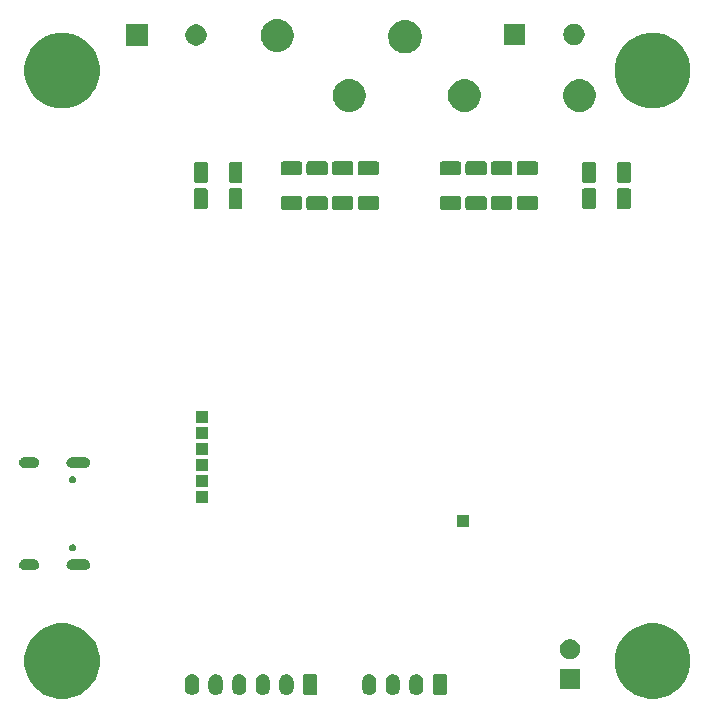
<source format=gbr>
%TF.GenerationSoftware,KiCad,Pcbnew,(5.1.6)-1*%
%TF.CreationDate,2022-01-16T14:30:20+08:00*%
%TF.ProjectId,simple_bldc,73696d70-6c65-45f6-926c-64632e6b6963,1*%
%TF.SameCoordinates,PX6979f40PYa1135a0*%
%TF.FileFunction,Soldermask,Bot*%
%TF.FilePolarity,Negative*%
%FSLAX46Y46*%
G04 Gerber Fmt 4.6, Leading zero omitted, Abs format (unit mm)*
G04 Created by KiCad (PCBNEW (5.1.6)-1) date 2022-01-16 14:30:20*
%MOMM*%
%LPD*%
G01*
G04 APERTURE LIST*
%ADD10C,0.350000*%
G04 APERTURE END LIST*
D10*
G36*
X55933404Y8077026D02*
G01*
X56515767Y7835804D01*
X56515768Y7835803D01*
X57039881Y7485602D01*
X57485602Y7039881D01*
X57612476Y6850000D01*
X57835804Y6515767D01*
X58077026Y5933404D01*
X58200000Y5315174D01*
X58200000Y4684826D01*
X58077026Y4066596D01*
X57835804Y3484233D01*
X57719599Y3310321D01*
X57485602Y2960119D01*
X57039881Y2514398D01*
X56786381Y2345015D01*
X56515767Y2164196D01*
X55933404Y1922974D01*
X55315174Y1800000D01*
X54684826Y1800000D01*
X54066596Y1922974D01*
X53484233Y2164196D01*
X53213619Y2345015D01*
X52960119Y2514398D01*
X52514398Y2960119D01*
X52280401Y3310321D01*
X52164196Y3484233D01*
X51922974Y4066596D01*
X51800000Y4684826D01*
X51800000Y5315174D01*
X51922974Y5933404D01*
X52164196Y6515767D01*
X52387524Y6850000D01*
X52514398Y7039881D01*
X52960119Y7485602D01*
X53484232Y7835803D01*
X53484233Y7835804D01*
X54066596Y8077026D01*
X54684826Y8200000D01*
X55315174Y8200000D01*
X55933404Y8077026D01*
G37*
G36*
X5933404Y8077026D02*
G01*
X6515767Y7835804D01*
X6515768Y7835803D01*
X7039881Y7485602D01*
X7485602Y7039881D01*
X7612476Y6850000D01*
X7835804Y6515767D01*
X8077026Y5933404D01*
X8200000Y5315174D01*
X8200000Y4684826D01*
X8077026Y4066596D01*
X7835804Y3484233D01*
X7719599Y3310321D01*
X7485602Y2960119D01*
X7039881Y2514398D01*
X6786381Y2345015D01*
X6515767Y2164196D01*
X5933404Y1922974D01*
X5315174Y1800000D01*
X4684826Y1800000D01*
X4066596Y1922974D01*
X3484233Y2164196D01*
X3213619Y2345015D01*
X2960119Y2514398D01*
X2514398Y2960119D01*
X2280401Y3310321D01*
X2164196Y3484233D01*
X1922974Y4066596D01*
X1800000Y4684826D01*
X1800000Y5315174D01*
X1922974Y5933404D01*
X2164196Y6515767D01*
X2387524Y6850000D01*
X2514398Y7039881D01*
X2960119Y7485602D01*
X3484232Y7835803D01*
X3484233Y7835804D01*
X4066596Y8077026D01*
X4684826Y8200000D01*
X5315174Y8200000D01*
X5933404Y8077026D01*
G37*
G36*
X33117621Y3866318D02*
G01*
X33230721Y3832010D01*
X33334955Y3776296D01*
X33426317Y3701317D01*
X33501296Y3609955D01*
X33557010Y3505721D01*
X33591318Y3392621D01*
X33600000Y3304474D01*
X33600000Y2695526D01*
X33591318Y2607379D01*
X33557010Y2494279D01*
X33501296Y2390045D01*
X33426317Y2298683D01*
X33334954Y2223704D01*
X33230720Y2167990D01*
X33117620Y2133682D01*
X33000000Y2122097D01*
X32882379Y2133682D01*
X32769279Y2167990D01*
X32665045Y2223704D01*
X32573683Y2298683D01*
X32498704Y2390046D01*
X32442990Y2494280D01*
X32408682Y2607380D01*
X32400000Y2695527D01*
X32400000Y3304474D01*
X32408682Y3392621D01*
X32442990Y3505721D01*
X32498705Y3609955D01*
X32573684Y3701317D01*
X32665046Y3776296D01*
X32769280Y3832010D01*
X32882380Y3866318D01*
X33000000Y3877903D01*
X33117621Y3866318D01*
G37*
G36*
X31117621Y3866318D02*
G01*
X31230721Y3832010D01*
X31334955Y3776296D01*
X31426317Y3701317D01*
X31501296Y3609955D01*
X31557010Y3505721D01*
X31591318Y3392621D01*
X31600000Y3304474D01*
X31600000Y2695526D01*
X31591318Y2607379D01*
X31557010Y2494279D01*
X31501296Y2390045D01*
X31426317Y2298683D01*
X31334954Y2223704D01*
X31230720Y2167990D01*
X31117620Y2133682D01*
X31000000Y2122097D01*
X30882379Y2133682D01*
X30769279Y2167990D01*
X30665045Y2223704D01*
X30573683Y2298683D01*
X30498704Y2390046D01*
X30442990Y2494280D01*
X30408682Y2607380D01*
X30400000Y2695527D01*
X30400000Y3304474D01*
X30408682Y3392621D01*
X30442990Y3505721D01*
X30498705Y3609955D01*
X30573684Y3701317D01*
X30665046Y3776296D01*
X30769280Y3832010D01*
X30882380Y3866318D01*
X31000000Y3877903D01*
X31117621Y3866318D01*
G37*
G36*
X16117621Y3866318D02*
G01*
X16230721Y3832010D01*
X16334955Y3776296D01*
X16426317Y3701317D01*
X16501296Y3609955D01*
X16557010Y3505721D01*
X16591318Y3392621D01*
X16600000Y3304474D01*
X16600000Y2695526D01*
X16591318Y2607379D01*
X16557010Y2494279D01*
X16501296Y2390045D01*
X16426317Y2298683D01*
X16334954Y2223704D01*
X16230720Y2167990D01*
X16117620Y2133682D01*
X16000000Y2122097D01*
X15882379Y2133682D01*
X15769279Y2167990D01*
X15665045Y2223704D01*
X15573683Y2298683D01*
X15498704Y2390046D01*
X15442990Y2494280D01*
X15408682Y2607380D01*
X15400000Y2695527D01*
X15400000Y3304474D01*
X15408682Y3392621D01*
X15442990Y3505721D01*
X15498705Y3609955D01*
X15573684Y3701317D01*
X15665046Y3776296D01*
X15769280Y3832010D01*
X15882380Y3866318D01*
X16000000Y3877903D01*
X16117621Y3866318D01*
G37*
G36*
X24117621Y3866318D02*
G01*
X24230721Y3832010D01*
X24334955Y3776296D01*
X24426317Y3701317D01*
X24501296Y3609955D01*
X24557010Y3505721D01*
X24591318Y3392621D01*
X24600000Y3304474D01*
X24600000Y2695526D01*
X24591318Y2607379D01*
X24557010Y2494279D01*
X24501296Y2390045D01*
X24426317Y2298683D01*
X24334954Y2223704D01*
X24230720Y2167990D01*
X24117620Y2133682D01*
X24000000Y2122097D01*
X23882379Y2133682D01*
X23769279Y2167990D01*
X23665045Y2223704D01*
X23573683Y2298683D01*
X23498704Y2390046D01*
X23442990Y2494280D01*
X23408682Y2607380D01*
X23400000Y2695527D01*
X23400000Y3304474D01*
X23408682Y3392621D01*
X23442990Y3505721D01*
X23498705Y3609955D01*
X23573684Y3701317D01*
X23665046Y3776296D01*
X23769280Y3832010D01*
X23882380Y3866318D01*
X24000000Y3877903D01*
X24117621Y3866318D01*
G37*
G36*
X22117621Y3866318D02*
G01*
X22230721Y3832010D01*
X22334955Y3776296D01*
X22426317Y3701317D01*
X22501296Y3609955D01*
X22557010Y3505721D01*
X22591318Y3392621D01*
X22600000Y3304474D01*
X22600000Y2695526D01*
X22591318Y2607379D01*
X22557010Y2494279D01*
X22501296Y2390045D01*
X22426317Y2298683D01*
X22334954Y2223704D01*
X22230720Y2167990D01*
X22117620Y2133682D01*
X22000000Y2122097D01*
X21882379Y2133682D01*
X21769279Y2167990D01*
X21665045Y2223704D01*
X21573683Y2298683D01*
X21498704Y2390046D01*
X21442990Y2494280D01*
X21408682Y2607380D01*
X21400000Y2695527D01*
X21400000Y3304474D01*
X21408682Y3392621D01*
X21442990Y3505721D01*
X21498705Y3609955D01*
X21573684Y3701317D01*
X21665046Y3776296D01*
X21769280Y3832010D01*
X21882380Y3866318D01*
X22000000Y3877903D01*
X22117621Y3866318D01*
G37*
G36*
X20117621Y3866318D02*
G01*
X20230721Y3832010D01*
X20334955Y3776296D01*
X20426317Y3701317D01*
X20501296Y3609955D01*
X20557010Y3505721D01*
X20591318Y3392621D01*
X20600000Y3304474D01*
X20600000Y2695526D01*
X20591318Y2607379D01*
X20557010Y2494279D01*
X20501296Y2390045D01*
X20426317Y2298683D01*
X20334954Y2223704D01*
X20230720Y2167990D01*
X20117620Y2133682D01*
X20000000Y2122097D01*
X19882379Y2133682D01*
X19769279Y2167990D01*
X19665045Y2223704D01*
X19573683Y2298683D01*
X19498704Y2390046D01*
X19442990Y2494280D01*
X19408682Y2607380D01*
X19400000Y2695527D01*
X19400000Y3304474D01*
X19408682Y3392621D01*
X19442990Y3505721D01*
X19498705Y3609955D01*
X19573684Y3701317D01*
X19665046Y3776296D01*
X19769280Y3832010D01*
X19882380Y3866318D01*
X20000000Y3877903D01*
X20117621Y3866318D01*
G37*
G36*
X18117621Y3866318D02*
G01*
X18230721Y3832010D01*
X18334955Y3776296D01*
X18426317Y3701317D01*
X18501296Y3609955D01*
X18557010Y3505721D01*
X18591318Y3392621D01*
X18600000Y3304474D01*
X18600000Y2695526D01*
X18591318Y2607379D01*
X18557010Y2494279D01*
X18501296Y2390045D01*
X18426317Y2298683D01*
X18334954Y2223704D01*
X18230720Y2167990D01*
X18117620Y2133682D01*
X18000000Y2122097D01*
X17882379Y2133682D01*
X17769279Y2167990D01*
X17665045Y2223704D01*
X17573683Y2298683D01*
X17498704Y2390046D01*
X17442990Y2494280D01*
X17408682Y2607380D01*
X17400000Y2695527D01*
X17400000Y3304474D01*
X17408682Y3392621D01*
X17442990Y3505721D01*
X17498705Y3609955D01*
X17573684Y3701317D01*
X17665046Y3776296D01*
X17769280Y3832010D01*
X17882380Y3866318D01*
X18000000Y3877903D01*
X18117621Y3866318D01*
G37*
G36*
X35117621Y3866318D02*
G01*
X35230721Y3832010D01*
X35334955Y3776296D01*
X35426317Y3701317D01*
X35501296Y3609955D01*
X35557010Y3505721D01*
X35591318Y3392621D01*
X35600000Y3304474D01*
X35600000Y2695526D01*
X35591318Y2607379D01*
X35557010Y2494279D01*
X35501296Y2390045D01*
X35426317Y2298683D01*
X35334954Y2223704D01*
X35230720Y2167990D01*
X35117620Y2133682D01*
X35000000Y2122097D01*
X34882379Y2133682D01*
X34769279Y2167990D01*
X34665045Y2223704D01*
X34573683Y2298683D01*
X34498704Y2390046D01*
X34442990Y2494280D01*
X34408682Y2607380D01*
X34400000Y2695527D01*
X34400000Y3304474D01*
X34408682Y3392621D01*
X34442990Y3505721D01*
X34498705Y3609955D01*
X34573684Y3701317D01*
X34665046Y3776296D01*
X34769280Y3832010D01*
X34882380Y3866318D01*
X35000000Y3877903D01*
X35117621Y3866318D01*
G37*
G36*
X37457345Y3871005D02*
G01*
X37490451Y3860962D01*
X37520964Y3844653D01*
X37547706Y3822706D01*
X37569653Y3795964D01*
X37585962Y3765451D01*
X37596005Y3732345D01*
X37600000Y3691779D01*
X37600000Y2308221D01*
X37596005Y2267655D01*
X37585962Y2234549D01*
X37569653Y2204036D01*
X37547706Y2177294D01*
X37520964Y2155347D01*
X37490451Y2139038D01*
X37457345Y2128995D01*
X37416779Y2125000D01*
X36583221Y2125000D01*
X36542655Y2128995D01*
X36509549Y2139038D01*
X36479036Y2155347D01*
X36452294Y2177294D01*
X36430347Y2204036D01*
X36414038Y2234549D01*
X36403995Y2267655D01*
X36400000Y2308221D01*
X36400000Y3691779D01*
X36403995Y3732345D01*
X36414038Y3765451D01*
X36430347Y3795964D01*
X36452294Y3822706D01*
X36479036Y3844653D01*
X36509549Y3860962D01*
X36542655Y3871005D01*
X36583221Y3875000D01*
X37416779Y3875000D01*
X37457345Y3871005D01*
G37*
G36*
X26457346Y3871005D02*
G01*
X26490451Y3860962D01*
X26520964Y3844653D01*
X26547706Y3822706D01*
X26569653Y3795964D01*
X26585962Y3765451D01*
X26596005Y3732346D01*
X26600000Y3691780D01*
X26600000Y2308220D01*
X26596005Y2267654D01*
X26585962Y2234549D01*
X26569653Y2204036D01*
X26547706Y2177294D01*
X26520964Y2155347D01*
X26490451Y2139038D01*
X26457346Y2128995D01*
X26416780Y2125000D01*
X25583220Y2125000D01*
X25542654Y2128995D01*
X25509549Y2139038D01*
X25479036Y2155347D01*
X25452294Y2177294D01*
X25430347Y2204036D01*
X25414038Y2234549D01*
X25403995Y2267654D01*
X25400000Y2308220D01*
X25400000Y3691780D01*
X25403995Y3732346D01*
X25414038Y3765451D01*
X25430347Y3795964D01*
X25452294Y3822706D01*
X25479036Y3844653D01*
X25509549Y3860962D01*
X25542654Y3871005D01*
X25583220Y3875000D01*
X26416780Y3875000D01*
X26457346Y3871005D01*
G37*
G36*
X48850000Y2610000D02*
G01*
X47150000Y2610000D01*
X47150000Y4310000D01*
X48850000Y4310000D01*
X48850000Y2610000D01*
G37*
G36*
X48247935Y6817336D02*
G01*
X48402624Y6753261D01*
X48402626Y6753260D01*
X48541844Y6660238D01*
X48660238Y6541844D01*
X48753260Y6402626D01*
X48753261Y6402624D01*
X48817336Y6247935D01*
X48850000Y6083719D01*
X48850000Y5916281D01*
X48817336Y5752065D01*
X48753261Y5597376D01*
X48753260Y5597374D01*
X48660238Y5458156D01*
X48541844Y5339762D01*
X48402626Y5246740D01*
X48402625Y5246739D01*
X48402624Y5246739D01*
X48247935Y5182664D01*
X48083719Y5150000D01*
X47916281Y5150000D01*
X47752065Y5182664D01*
X47597376Y5246739D01*
X47597375Y5246739D01*
X47597374Y5246740D01*
X47458156Y5339762D01*
X47339762Y5458156D01*
X47246740Y5597374D01*
X47246739Y5597376D01*
X47182664Y5752065D01*
X47150000Y5916281D01*
X47150000Y6083719D01*
X47182664Y6247935D01*
X47246739Y6402624D01*
X47246740Y6402626D01*
X47339762Y6541844D01*
X47458156Y6660238D01*
X47597374Y6753260D01*
X47597376Y6753261D01*
X47752065Y6817336D01*
X47916281Y6850000D01*
X48083719Y6850000D01*
X48247935Y6817336D01*
G37*
G36*
X6969142Y13615730D02*
G01*
X7013215Y13611389D01*
X7098041Y13585657D01*
X7098043Y13585656D01*
X7176215Y13543872D01*
X7244738Y13487638D01*
X7300971Y13419116D01*
X7342757Y13340941D01*
X7368489Y13256115D01*
X7377177Y13167900D01*
X7368489Y13079685D01*
X7342757Y12994859D01*
X7342756Y12994857D01*
X7300972Y12916685D01*
X7244738Y12848162D01*
X7176215Y12791928D01*
X7098043Y12750144D01*
X7098041Y12750143D01*
X7013215Y12724411D01*
X6969142Y12720070D01*
X6947106Y12717900D01*
X5802894Y12717900D01*
X5780858Y12720070D01*
X5736785Y12724411D01*
X5651959Y12750143D01*
X5651957Y12750144D01*
X5573785Y12791928D01*
X5505262Y12848162D01*
X5449028Y12916685D01*
X5407244Y12994857D01*
X5407243Y12994859D01*
X5381511Y13079685D01*
X5372823Y13167900D01*
X5381511Y13256115D01*
X5407243Y13340941D01*
X5449029Y13419116D01*
X5505262Y13487638D01*
X5573785Y13543872D01*
X5651957Y13585656D01*
X5651959Y13585657D01*
X5736785Y13611389D01*
X5780858Y13615730D01*
X5802894Y13617900D01*
X6947106Y13617900D01*
X6969142Y13615730D01*
G37*
G36*
X2649142Y13615730D02*
G01*
X2693215Y13611389D01*
X2778041Y13585657D01*
X2778043Y13585656D01*
X2856215Y13543872D01*
X2924738Y13487638D01*
X2980971Y13419116D01*
X3022757Y13340941D01*
X3048489Y13256115D01*
X3057177Y13167900D01*
X3048489Y13079685D01*
X3022757Y12994859D01*
X3022756Y12994857D01*
X2980972Y12916685D01*
X2924738Y12848162D01*
X2856215Y12791928D01*
X2778043Y12750144D01*
X2778041Y12750143D01*
X2693215Y12724411D01*
X2649142Y12720070D01*
X2627106Y12717900D01*
X1782894Y12717900D01*
X1760858Y12720070D01*
X1716785Y12724411D01*
X1631959Y12750143D01*
X1631957Y12750144D01*
X1553785Y12791928D01*
X1485262Y12848162D01*
X1429028Y12916685D01*
X1387244Y12994857D01*
X1387243Y12994859D01*
X1361511Y13079685D01*
X1352823Y13167900D01*
X1361511Y13256115D01*
X1387243Y13340941D01*
X1429029Y13419116D01*
X1485262Y13487638D01*
X1553785Y13543872D01*
X1631957Y13585656D01*
X1631959Y13585657D01*
X1716785Y13611389D01*
X1760858Y13615730D01*
X1782894Y13617900D01*
X2627106Y13617900D01*
X2649142Y13615730D01*
G37*
G36*
X5982507Y14886372D02*
G01*
X6037103Y14863757D01*
X6086239Y14830926D01*
X6128026Y14789139D01*
X6160857Y14740003D01*
X6183472Y14685407D01*
X6195000Y14627447D01*
X6195000Y14568353D01*
X6183472Y14510393D01*
X6160857Y14455797D01*
X6128026Y14406661D01*
X6086239Y14364874D01*
X6037103Y14332043D01*
X5982507Y14309428D01*
X5924547Y14297900D01*
X5865453Y14297900D01*
X5807493Y14309428D01*
X5752897Y14332043D01*
X5703761Y14364874D01*
X5661974Y14406661D01*
X5629143Y14455797D01*
X5606528Y14510393D01*
X5595000Y14568353D01*
X5595000Y14627447D01*
X5606528Y14685407D01*
X5629143Y14740003D01*
X5661974Y14789139D01*
X5703761Y14830926D01*
X5752897Y14863757D01*
X5807493Y14886372D01*
X5865453Y14897900D01*
X5924547Y14897900D01*
X5982507Y14886372D01*
G37*
G36*
X39480600Y16355600D02*
G01*
X38480600Y16355600D01*
X38480600Y17355600D01*
X39480600Y17355600D01*
X39480600Y16355600D01*
G37*
G36*
X17382600Y18413000D02*
G01*
X16382600Y18413000D01*
X16382600Y19413000D01*
X17382600Y19413000D01*
X17382600Y18413000D01*
G37*
G36*
X17382600Y19759200D02*
G01*
X16382600Y19759200D01*
X16382600Y20759200D01*
X17382600Y20759200D01*
X17382600Y19759200D01*
G37*
G36*
X5982507Y20666372D02*
G01*
X6037103Y20643757D01*
X6086239Y20610926D01*
X6128026Y20569139D01*
X6160857Y20520003D01*
X6183472Y20465407D01*
X6195000Y20407447D01*
X6195000Y20348353D01*
X6183472Y20290393D01*
X6160857Y20235797D01*
X6128026Y20186661D01*
X6086239Y20144874D01*
X6037103Y20112043D01*
X5982507Y20089428D01*
X5924547Y20077900D01*
X5865453Y20077900D01*
X5807493Y20089428D01*
X5752897Y20112043D01*
X5703761Y20144874D01*
X5661974Y20186661D01*
X5629143Y20235797D01*
X5606528Y20290393D01*
X5595000Y20348353D01*
X5595000Y20407447D01*
X5606528Y20465407D01*
X5629143Y20520003D01*
X5661974Y20569139D01*
X5703761Y20610926D01*
X5752897Y20643757D01*
X5807493Y20666372D01*
X5865453Y20677900D01*
X5924547Y20677900D01*
X5982507Y20666372D01*
G37*
G36*
X17382600Y21130800D02*
G01*
X16382600Y21130800D01*
X16382600Y22130800D01*
X17382600Y22130800D01*
X17382600Y21130800D01*
G37*
G36*
X2649142Y22255730D02*
G01*
X2693215Y22251389D01*
X2778041Y22225657D01*
X2778043Y22225656D01*
X2856215Y22183872D01*
X2924738Y22127638D01*
X2980971Y22059116D01*
X3022757Y21980941D01*
X3048489Y21896115D01*
X3057177Y21807900D01*
X3048489Y21719685D01*
X3022757Y21634859D01*
X3022756Y21634857D01*
X2980972Y21556685D01*
X2924738Y21488162D01*
X2856215Y21431928D01*
X2778043Y21390144D01*
X2778041Y21390143D01*
X2693215Y21364411D01*
X2649142Y21360070D01*
X2627106Y21357900D01*
X1782894Y21357900D01*
X1760858Y21360070D01*
X1716785Y21364411D01*
X1631959Y21390143D01*
X1631957Y21390144D01*
X1553785Y21431928D01*
X1485262Y21488162D01*
X1429028Y21556685D01*
X1387244Y21634857D01*
X1387243Y21634859D01*
X1361511Y21719685D01*
X1352823Y21807900D01*
X1361511Y21896115D01*
X1387243Y21980941D01*
X1429029Y22059116D01*
X1485262Y22127638D01*
X1553785Y22183872D01*
X1631957Y22225656D01*
X1631959Y22225657D01*
X1716785Y22251389D01*
X1760858Y22255730D01*
X1782894Y22257900D01*
X2627106Y22257900D01*
X2649142Y22255730D01*
G37*
G36*
X6969142Y22255730D02*
G01*
X7013215Y22251389D01*
X7098041Y22225657D01*
X7098043Y22225656D01*
X7176215Y22183872D01*
X7244738Y22127638D01*
X7300971Y22059116D01*
X7342757Y21980941D01*
X7368489Y21896115D01*
X7377177Y21807900D01*
X7368489Y21719685D01*
X7342757Y21634859D01*
X7342756Y21634857D01*
X7300972Y21556685D01*
X7244738Y21488162D01*
X7176215Y21431928D01*
X7098043Y21390144D01*
X7098041Y21390143D01*
X7013215Y21364411D01*
X6969142Y21360070D01*
X6947106Y21357900D01*
X5802894Y21357900D01*
X5780858Y21360070D01*
X5736785Y21364411D01*
X5651959Y21390143D01*
X5651957Y21390144D01*
X5573785Y21431928D01*
X5505262Y21488162D01*
X5449028Y21556685D01*
X5407244Y21634857D01*
X5407243Y21634859D01*
X5381511Y21719685D01*
X5372823Y21807900D01*
X5381511Y21896115D01*
X5407243Y21980941D01*
X5449029Y22059116D01*
X5505262Y22127638D01*
X5573785Y22183872D01*
X5651957Y22225656D01*
X5651959Y22225657D01*
X5736785Y22251389D01*
X5780858Y22255730D01*
X5802894Y22257900D01*
X6947106Y22257900D01*
X6969142Y22255730D01*
G37*
G36*
X17382600Y22477000D02*
G01*
X16382600Y22477000D01*
X16382600Y23477000D01*
X17382600Y23477000D01*
X17382600Y22477000D01*
G37*
G36*
X17382600Y23823200D02*
G01*
X16382600Y23823200D01*
X16382600Y24823200D01*
X17382600Y24823200D01*
X17382600Y23823200D01*
G37*
G36*
X17382600Y25179400D02*
G01*
X16382600Y25179400D01*
X16382600Y26179400D01*
X17382600Y26179400D01*
X17382600Y25179400D01*
G37*
G36*
X25181922Y44348761D02*
G01*
X25215457Y44338588D01*
X25246356Y44322072D01*
X25273443Y44299843D01*
X25295672Y44272756D01*
X25312188Y44241857D01*
X25322361Y44208322D01*
X25326400Y44167313D01*
X25326400Y43388287D01*
X25322361Y43347278D01*
X25312188Y43313743D01*
X25295672Y43282844D01*
X25273443Y43255757D01*
X25246356Y43233528D01*
X25215457Y43217012D01*
X25181922Y43206839D01*
X25140913Y43202800D01*
X23711887Y43202800D01*
X23670878Y43206839D01*
X23637343Y43217012D01*
X23606444Y43233528D01*
X23579357Y43255757D01*
X23557128Y43282844D01*
X23540612Y43313743D01*
X23530439Y43347278D01*
X23526400Y43388287D01*
X23526400Y44167313D01*
X23530439Y44208322D01*
X23540612Y44241857D01*
X23557128Y44272756D01*
X23579357Y44299843D01*
X23606444Y44322072D01*
X23637343Y44338588D01*
X23670878Y44348761D01*
X23711887Y44352800D01*
X25140913Y44352800D01*
X25181922Y44348761D01*
G37*
G36*
X31684320Y44348761D02*
G01*
X31717855Y44338588D01*
X31748754Y44322072D01*
X31775841Y44299843D01*
X31798070Y44272756D01*
X31814586Y44241857D01*
X31824759Y44208322D01*
X31828798Y44167313D01*
X31828798Y43388287D01*
X31824759Y43347278D01*
X31814586Y43313743D01*
X31798070Y43282844D01*
X31775841Y43255757D01*
X31748754Y43233528D01*
X31717855Y43217012D01*
X31684320Y43206839D01*
X31643311Y43202800D01*
X30214285Y43202800D01*
X30173276Y43206839D01*
X30139741Y43217012D01*
X30108842Y43233528D01*
X30081755Y43255757D01*
X30059526Y43282844D01*
X30043010Y43313743D01*
X30032837Y43347278D01*
X30028798Y43388287D01*
X30028798Y44167313D01*
X30032837Y44208322D01*
X30043010Y44241857D01*
X30059526Y44272756D01*
X30081755Y44299843D01*
X30108842Y44322072D01*
X30139741Y44338588D01*
X30173276Y44348761D01*
X30214285Y44352800D01*
X31643311Y44352800D01*
X31684320Y44348761D01*
G37*
G36*
X38643922Y44348761D02*
G01*
X38677457Y44338588D01*
X38708356Y44322072D01*
X38735443Y44299843D01*
X38757672Y44272756D01*
X38774188Y44241857D01*
X38784361Y44208322D01*
X38788400Y44167313D01*
X38788400Y43388287D01*
X38784361Y43347278D01*
X38774188Y43313743D01*
X38757672Y43282844D01*
X38735443Y43255757D01*
X38708356Y43233528D01*
X38677457Y43217012D01*
X38643922Y43206839D01*
X38602913Y43202800D01*
X37173887Y43202800D01*
X37132878Y43206839D01*
X37099343Y43217012D01*
X37068444Y43233528D01*
X37041357Y43255757D01*
X37019128Y43282844D01*
X37002612Y43313743D01*
X36992439Y43347278D01*
X36988400Y43388287D01*
X36988400Y44167313D01*
X36992439Y44208322D01*
X37002612Y44241857D01*
X37019128Y44272756D01*
X37041357Y44299843D01*
X37068444Y44322072D01*
X37099343Y44338588D01*
X37132878Y44348761D01*
X37173887Y44352800D01*
X38602913Y44352800D01*
X38643922Y44348761D01*
G37*
G36*
X45146320Y44348761D02*
G01*
X45179855Y44338588D01*
X45210754Y44322072D01*
X45237841Y44299843D01*
X45260070Y44272756D01*
X45276586Y44241857D01*
X45286759Y44208322D01*
X45290798Y44167313D01*
X45290798Y43388287D01*
X45286759Y43347278D01*
X45276586Y43313743D01*
X45260070Y43282844D01*
X45237841Y43255757D01*
X45210754Y43233528D01*
X45179855Y43217012D01*
X45146320Y43206839D01*
X45105311Y43202800D01*
X43676285Y43202800D01*
X43635276Y43206839D01*
X43601741Y43217012D01*
X43570842Y43233528D01*
X43543755Y43255757D01*
X43521526Y43282844D01*
X43505010Y43313743D01*
X43494837Y43347278D01*
X43490798Y43388287D01*
X43490798Y44167313D01*
X43494837Y44208322D01*
X43505010Y44241857D01*
X43521526Y44272756D01*
X43543755Y44299843D01*
X43570842Y44322072D01*
X43601741Y44338588D01*
X43635276Y44348761D01*
X43676285Y44352800D01*
X45105311Y44352800D01*
X45146320Y44348761D01*
G37*
G36*
X27349388Y44348761D02*
G01*
X27382923Y44338588D01*
X27413822Y44322072D01*
X27440909Y44299843D01*
X27463138Y44272756D01*
X27479654Y44241857D01*
X27489827Y44208322D01*
X27493866Y44167313D01*
X27493866Y43388287D01*
X27489827Y43347278D01*
X27479654Y43313743D01*
X27463138Y43282844D01*
X27440909Y43255757D01*
X27413822Y43233528D01*
X27382923Y43217012D01*
X27349388Y43206839D01*
X27308379Y43202800D01*
X25879353Y43202800D01*
X25838344Y43206839D01*
X25804809Y43217012D01*
X25773910Y43233528D01*
X25746823Y43255757D01*
X25724594Y43282844D01*
X25708078Y43313743D01*
X25697905Y43347278D01*
X25693866Y43388287D01*
X25693866Y44167313D01*
X25697905Y44208322D01*
X25708078Y44241857D01*
X25724594Y44272756D01*
X25746823Y44299843D01*
X25773910Y44322072D01*
X25804809Y44338588D01*
X25838344Y44348761D01*
X25879353Y44352800D01*
X27308379Y44352800D01*
X27349388Y44348761D01*
G37*
G36*
X42978854Y44348761D02*
G01*
X43012389Y44338588D01*
X43043288Y44322072D01*
X43070375Y44299843D01*
X43092604Y44272756D01*
X43109120Y44241857D01*
X43119293Y44208322D01*
X43123332Y44167313D01*
X43123332Y43388287D01*
X43119293Y43347278D01*
X43109120Y43313743D01*
X43092604Y43282844D01*
X43070375Y43255757D01*
X43043288Y43233528D01*
X43012389Y43217012D01*
X42978854Y43206839D01*
X42937845Y43202800D01*
X41508819Y43202800D01*
X41467810Y43206839D01*
X41434275Y43217012D01*
X41403376Y43233528D01*
X41376289Y43255757D01*
X41354060Y43282844D01*
X41337544Y43313743D01*
X41327371Y43347278D01*
X41323332Y43388287D01*
X41323332Y44167313D01*
X41327371Y44208322D01*
X41337544Y44241857D01*
X41354060Y44272756D01*
X41376289Y44299843D01*
X41403376Y44322072D01*
X41434275Y44338588D01*
X41467810Y44348761D01*
X41508819Y44352800D01*
X42937845Y44352800D01*
X42978854Y44348761D01*
G37*
G36*
X29516854Y44348761D02*
G01*
X29550389Y44338588D01*
X29581288Y44322072D01*
X29608375Y44299843D01*
X29630604Y44272756D01*
X29647120Y44241857D01*
X29657293Y44208322D01*
X29661332Y44167313D01*
X29661332Y43388287D01*
X29657293Y43347278D01*
X29647120Y43313743D01*
X29630604Y43282844D01*
X29608375Y43255757D01*
X29581288Y43233528D01*
X29550389Y43217012D01*
X29516854Y43206839D01*
X29475845Y43202800D01*
X28046819Y43202800D01*
X28005810Y43206839D01*
X27972275Y43217012D01*
X27941376Y43233528D01*
X27914289Y43255757D01*
X27892060Y43282844D01*
X27875544Y43313743D01*
X27865371Y43347278D01*
X27861332Y43388287D01*
X27861332Y44167313D01*
X27865371Y44208322D01*
X27875544Y44241857D01*
X27892060Y44272756D01*
X27914289Y44299843D01*
X27941376Y44322072D01*
X27972275Y44338588D01*
X28005810Y44348761D01*
X28046819Y44352800D01*
X29475845Y44352800D01*
X29516854Y44348761D01*
G37*
G36*
X40811388Y44348761D02*
G01*
X40844923Y44338588D01*
X40875822Y44322072D01*
X40902909Y44299843D01*
X40925138Y44272756D01*
X40941654Y44241857D01*
X40951827Y44208322D01*
X40955866Y44167313D01*
X40955866Y43388287D01*
X40951827Y43347278D01*
X40941654Y43313743D01*
X40925138Y43282844D01*
X40902909Y43255757D01*
X40875822Y43233528D01*
X40844923Y43217012D01*
X40811388Y43206839D01*
X40770379Y43202800D01*
X39341353Y43202800D01*
X39300344Y43206839D01*
X39266809Y43217012D01*
X39235910Y43233528D01*
X39208823Y43255757D01*
X39186594Y43282844D01*
X39170078Y43313743D01*
X39159905Y43347278D01*
X39155866Y43388287D01*
X39155866Y44167313D01*
X39159905Y44208322D01*
X39170078Y44241857D01*
X39186594Y44272756D01*
X39208823Y44299843D01*
X39235910Y44322072D01*
X39266809Y44338588D01*
X39300344Y44348761D01*
X39341353Y44352800D01*
X40770379Y44352800D01*
X40811388Y44348761D01*
G37*
G36*
X20134322Y45031161D02*
G01*
X20167857Y45020988D01*
X20198756Y45004472D01*
X20225843Y44982243D01*
X20248072Y44955156D01*
X20264588Y44924257D01*
X20274761Y44890722D01*
X20278800Y44849713D01*
X20278800Y43420687D01*
X20274761Y43379678D01*
X20264588Y43346143D01*
X20248072Y43315244D01*
X20225843Y43288157D01*
X20198756Y43265928D01*
X20167857Y43249412D01*
X20134322Y43239239D01*
X20093313Y43235200D01*
X19314287Y43235200D01*
X19273278Y43239239D01*
X19239743Y43249412D01*
X19208844Y43265928D01*
X19181757Y43288157D01*
X19159528Y43315244D01*
X19143012Y43346143D01*
X19132839Y43379678D01*
X19128800Y43420687D01*
X19128800Y44849713D01*
X19132839Y44890722D01*
X19143012Y44924257D01*
X19159528Y44955156D01*
X19181757Y44982243D01*
X19208844Y45004472D01*
X19239743Y45020988D01*
X19273278Y45031161D01*
X19314287Y45035200D01*
X20093313Y45035200D01*
X20134322Y45031161D01*
G37*
G36*
X17184322Y45031161D02*
G01*
X17217857Y45020988D01*
X17248756Y45004472D01*
X17275843Y44982243D01*
X17298072Y44955156D01*
X17314588Y44924257D01*
X17324761Y44890722D01*
X17328800Y44849713D01*
X17328800Y43420687D01*
X17324761Y43379678D01*
X17314588Y43346143D01*
X17298072Y43315244D01*
X17275843Y43288157D01*
X17248756Y43265928D01*
X17217857Y43249412D01*
X17184322Y43239239D01*
X17143313Y43235200D01*
X16364287Y43235200D01*
X16323278Y43239239D01*
X16289743Y43249412D01*
X16258844Y43265928D01*
X16231757Y43288157D01*
X16209528Y43315244D01*
X16193012Y43346143D01*
X16182839Y43379678D01*
X16178800Y43420687D01*
X16178800Y44849713D01*
X16182839Y44890722D01*
X16193012Y44924257D01*
X16209528Y44955156D01*
X16231757Y44982243D01*
X16258844Y45004472D01*
X16289743Y45020988D01*
X16323278Y45031161D01*
X16364287Y45035200D01*
X17143313Y45035200D01*
X17184322Y45031161D01*
G37*
G36*
X53001922Y45031161D02*
G01*
X53035457Y45020988D01*
X53066356Y45004472D01*
X53093443Y44982243D01*
X53115672Y44955156D01*
X53132188Y44924257D01*
X53142361Y44890722D01*
X53146400Y44849713D01*
X53146400Y43420687D01*
X53142361Y43379678D01*
X53132188Y43346143D01*
X53115672Y43315244D01*
X53093443Y43288157D01*
X53066356Y43265928D01*
X53035457Y43249412D01*
X53001922Y43239239D01*
X52960913Y43235200D01*
X52181887Y43235200D01*
X52140878Y43239239D01*
X52107343Y43249412D01*
X52076444Y43265928D01*
X52049357Y43288157D01*
X52027128Y43315244D01*
X52010612Y43346143D01*
X52000439Y43379678D01*
X51996400Y43420687D01*
X51996400Y44849713D01*
X52000439Y44890722D01*
X52010612Y44924257D01*
X52027128Y44955156D01*
X52049357Y44982243D01*
X52076444Y45004472D01*
X52107343Y45020988D01*
X52140878Y45031161D01*
X52181887Y45035200D01*
X52960913Y45035200D01*
X53001922Y45031161D01*
G37*
G36*
X50051922Y45031161D02*
G01*
X50085457Y45020988D01*
X50116356Y45004472D01*
X50143443Y44982243D01*
X50165672Y44955156D01*
X50182188Y44924257D01*
X50192361Y44890722D01*
X50196400Y44849713D01*
X50196400Y43420687D01*
X50192361Y43379678D01*
X50182188Y43346143D01*
X50165672Y43315244D01*
X50143443Y43288157D01*
X50116356Y43265928D01*
X50085457Y43249412D01*
X50051922Y43239239D01*
X50010913Y43235200D01*
X49231887Y43235200D01*
X49190878Y43239239D01*
X49157343Y43249412D01*
X49126444Y43265928D01*
X49099357Y43288157D01*
X49077128Y43315244D01*
X49060612Y43346143D01*
X49050439Y43379678D01*
X49046400Y43420687D01*
X49046400Y44849713D01*
X49050439Y44890722D01*
X49060612Y44924257D01*
X49077128Y44955156D01*
X49099357Y44982243D01*
X49126444Y45004472D01*
X49157343Y45020988D01*
X49190878Y45031161D01*
X49231887Y45035200D01*
X50010913Y45035200D01*
X50051922Y45031161D01*
G37*
G36*
X53001922Y47266361D02*
G01*
X53035457Y47256188D01*
X53066356Y47239672D01*
X53093443Y47217443D01*
X53115672Y47190356D01*
X53132188Y47159457D01*
X53142361Y47125922D01*
X53146400Y47084913D01*
X53146400Y45655887D01*
X53142361Y45614878D01*
X53132188Y45581343D01*
X53115672Y45550444D01*
X53093443Y45523357D01*
X53066356Y45501128D01*
X53035457Y45484612D01*
X53001922Y45474439D01*
X52960913Y45470400D01*
X52181887Y45470400D01*
X52140878Y45474439D01*
X52107343Y45484612D01*
X52076444Y45501128D01*
X52049357Y45523357D01*
X52027128Y45550444D01*
X52010612Y45581343D01*
X52000439Y45614878D01*
X51996400Y45655887D01*
X51996400Y47084913D01*
X52000439Y47125922D01*
X52010612Y47159457D01*
X52027128Y47190356D01*
X52049357Y47217443D01*
X52076444Y47239672D01*
X52107343Y47256188D01*
X52140878Y47266361D01*
X52181887Y47270400D01*
X52960913Y47270400D01*
X53001922Y47266361D01*
G37*
G36*
X50051922Y47266361D02*
G01*
X50085457Y47256188D01*
X50116356Y47239672D01*
X50143443Y47217443D01*
X50165672Y47190356D01*
X50182188Y47159457D01*
X50192361Y47125922D01*
X50196400Y47084913D01*
X50196400Y45655887D01*
X50192361Y45614878D01*
X50182188Y45581343D01*
X50165672Y45550444D01*
X50143443Y45523357D01*
X50116356Y45501128D01*
X50085457Y45484612D01*
X50051922Y45474439D01*
X50010913Y45470400D01*
X49231887Y45470400D01*
X49190878Y45474439D01*
X49157343Y45484612D01*
X49126444Y45501128D01*
X49099357Y45523357D01*
X49077128Y45550444D01*
X49060612Y45581343D01*
X49050439Y45614878D01*
X49046400Y45655887D01*
X49046400Y47084913D01*
X49050439Y47125922D01*
X49060612Y47159457D01*
X49077128Y47190356D01*
X49099357Y47217443D01*
X49126444Y47239672D01*
X49157343Y47256188D01*
X49190878Y47266361D01*
X49231887Y47270400D01*
X50010913Y47270400D01*
X50051922Y47266361D01*
G37*
G36*
X17184322Y47266361D02*
G01*
X17217857Y47256188D01*
X17248756Y47239672D01*
X17275843Y47217443D01*
X17298072Y47190356D01*
X17314588Y47159457D01*
X17324761Y47125922D01*
X17328800Y47084913D01*
X17328800Y45655887D01*
X17324761Y45614878D01*
X17314588Y45581343D01*
X17298072Y45550444D01*
X17275843Y45523357D01*
X17248756Y45501128D01*
X17217857Y45484612D01*
X17184322Y45474439D01*
X17143313Y45470400D01*
X16364287Y45470400D01*
X16323278Y45474439D01*
X16289743Y45484612D01*
X16258844Y45501128D01*
X16231757Y45523357D01*
X16209528Y45550444D01*
X16193012Y45581343D01*
X16182839Y45614878D01*
X16178800Y45655887D01*
X16178800Y47084913D01*
X16182839Y47125922D01*
X16193012Y47159457D01*
X16209528Y47190356D01*
X16231757Y47217443D01*
X16258844Y47239672D01*
X16289743Y47256188D01*
X16323278Y47266361D01*
X16364287Y47270400D01*
X17143313Y47270400D01*
X17184322Y47266361D01*
G37*
G36*
X20134322Y47266361D02*
G01*
X20167857Y47256188D01*
X20198756Y47239672D01*
X20225843Y47217443D01*
X20248072Y47190356D01*
X20264588Y47159457D01*
X20274761Y47125922D01*
X20278800Y47084913D01*
X20278800Y45655887D01*
X20274761Y45614878D01*
X20264588Y45581343D01*
X20248072Y45550444D01*
X20225843Y45523357D01*
X20198756Y45501128D01*
X20167857Y45484612D01*
X20134322Y45474439D01*
X20093313Y45470400D01*
X19314287Y45470400D01*
X19273278Y45474439D01*
X19239743Y45484612D01*
X19208844Y45501128D01*
X19181757Y45523357D01*
X19159528Y45550444D01*
X19143012Y45581343D01*
X19132839Y45614878D01*
X19128800Y45655887D01*
X19128800Y47084913D01*
X19132839Y47125922D01*
X19143012Y47159457D01*
X19159528Y47190356D01*
X19181757Y47217443D01*
X19208844Y47239672D01*
X19239743Y47256188D01*
X19273278Y47266361D01*
X19314287Y47270400D01*
X20093313Y47270400D01*
X20134322Y47266361D01*
G37*
G36*
X31684320Y47298761D02*
G01*
X31717855Y47288588D01*
X31748754Y47272072D01*
X31775841Y47249843D01*
X31798070Y47222756D01*
X31814586Y47191857D01*
X31824759Y47158322D01*
X31828798Y47117313D01*
X31828798Y46338287D01*
X31824759Y46297278D01*
X31814586Y46263743D01*
X31798070Y46232844D01*
X31775841Y46205757D01*
X31748754Y46183528D01*
X31717855Y46167012D01*
X31684320Y46156839D01*
X31643311Y46152800D01*
X30214285Y46152800D01*
X30173276Y46156839D01*
X30139741Y46167012D01*
X30108842Y46183528D01*
X30081755Y46205757D01*
X30059526Y46232844D01*
X30043010Y46263743D01*
X30032837Y46297278D01*
X30028798Y46338287D01*
X30028798Y47117313D01*
X30032837Y47158322D01*
X30043010Y47191857D01*
X30059526Y47222756D01*
X30081755Y47249843D01*
X30108842Y47272072D01*
X30139741Y47288588D01*
X30173276Y47298761D01*
X30214285Y47302800D01*
X31643311Y47302800D01*
X31684320Y47298761D01*
G37*
G36*
X27349388Y47298761D02*
G01*
X27382923Y47288588D01*
X27413822Y47272072D01*
X27440909Y47249843D01*
X27463138Y47222756D01*
X27479654Y47191857D01*
X27489827Y47158322D01*
X27493866Y47117313D01*
X27493866Y46338287D01*
X27489827Y46297278D01*
X27479654Y46263743D01*
X27463138Y46232844D01*
X27440909Y46205757D01*
X27413822Y46183528D01*
X27382923Y46167012D01*
X27349388Y46156839D01*
X27308379Y46152800D01*
X25879353Y46152800D01*
X25838344Y46156839D01*
X25804809Y46167012D01*
X25773910Y46183528D01*
X25746823Y46205757D01*
X25724594Y46232844D01*
X25708078Y46263743D01*
X25697905Y46297278D01*
X25693866Y46338287D01*
X25693866Y47117313D01*
X25697905Y47158322D01*
X25708078Y47191857D01*
X25724594Y47222756D01*
X25746823Y47249843D01*
X25773910Y47272072D01*
X25804809Y47288588D01*
X25838344Y47298761D01*
X25879353Y47302800D01*
X27308379Y47302800D01*
X27349388Y47298761D01*
G37*
G36*
X38643922Y47298761D02*
G01*
X38677457Y47288588D01*
X38708356Y47272072D01*
X38735443Y47249843D01*
X38757672Y47222756D01*
X38774188Y47191857D01*
X38784361Y47158322D01*
X38788400Y47117313D01*
X38788400Y46338287D01*
X38784361Y46297278D01*
X38774188Y46263743D01*
X38757672Y46232844D01*
X38735443Y46205757D01*
X38708356Y46183528D01*
X38677457Y46167012D01*
X38643922Y46156839D01*
X38602913Y46152800D01*
X37173887Y46152800D01*
X37132878Y46156839D01*
X37099343Y46167012D01*
X37068444Y46183528D01*
X37041357Y46205757D01*
X37019128Y46232844D01*
X37002612Y46263743D01*
X36992439Y46297278D01*
X36988400Y46338287D01*
X36988400Y47117313D01*
X36992439Y47158322D01*
X37002612Y47191857D01*
X37019128Y47222756D01*
X37041357Y47249843D01*
X37068444Y47272072D01*
X37099343Y47288588D01*
X37132878Y47298761D01*
X37173887Y47302800D01*
X38602913Y47302800D01*
X38643922Y47298761D01*
G37*
G36*
X45146320Y47298761D02*
G01*
X45179855Y47288588D01*
X45210754Y47272072D01*
X45237841Y47249843D01*
X45260070Y47222756D01*
X45276586Y47191857D01*
X45286759Y47158322D01*
X45290798Y47117313D01*
X45290798Y46338287D01*
X45286759Y46297278D01*
X45276586Y46263743D01*
X45260070Y46232844D01*
X45237841Y46205757D01*
X45210754Y46183528D01*
X45179855Y46167012D01*
X45146320Y46156839D01*
X45105311Y46152800D01*
X43676285Y46152800D01*
X43635276Y46156839D01*
X43601741Y46167012D01*
X43570842Y46183528D01*
X43543755Y46205757D01*
X43521526Y46232844D01*
X43505010Y46263743D01*
X43494837Y46297278D01*
X43490798Y46338287D01*
X43490798Y47117313D01*
X43494837Y47158322D01*
X43505010Y47191857D01*
X43521526Y47222756D01*
X43543755Y47249843D01*
X43570842Y47272072D01*
X43601741Y47288588D01*
X43635276Y47298761D01*
X43676285Y47302800D01*
X45105311Y47302800D01*
X45146320Y47298761D01*
G37*
G36*
X40811388Y47298761D02*
G01*
X40844923Y47288588D01*
X40875822Y47272072D01*
X40902909Y47249843D01*
X40925138Y47222756D01*
X40941654Y47191857D01*
X40951827Y47158322D01*
X40955866Y47117313D01*
X40955866Y46338287D01*
X40951827Y46297278D01*
X40941654Y46263743D01*
X40925138Y46232844D01*
X40902909Y46205757D01*
X40875822Y46183528D01*
X40844923Y46167012D01*
X40811388Y46156839D01*
X40770379Y46152800D01*
X39341353Y46152800D01*
X39300344Y46156839D01*
X39266809Y46167012D01*
X39235910Y46183528D01*
X39208823Y46205757D01*
X39186594Y46232844D01*
X39170078Y46263743D01*
X39159905Y46297278D01*
X39155866Y46338287D01*
X39155866Y47117313D01*
X39159905Y47158322D01*
X39170078Y47191857D01*
X39186594Y47222756D01*
X39208823Y47249843D01*
X39235910Y47272072D01*
X39266809Y47288588D01*
X39300344Y47298761D01*
X39341353Y47302800D01*
X40770379Y47302800D01*
X40811388Y47298761D01*
G37*
G36*
X25181922Y47298761D02*
G01*
X25215457Y47288588D01*
X25246356Y47272072D01*
X25273443Y47249843D01*
X25295672Y47222756D01*
X25312188Y47191857D01*
X25322361Y47158322D01*
X25326400Y47117313D01*
X25326400Y46338287D01*
X25322361Y46297278D01*
X25312188Y46263743D01*
X25295672Y46232844D01*
X25273443Y46205757D01*
X25246356Y46183528D01*
X25215457Y46167012D01*
X25181922Y46156839D01*
X25140913Y46152800D01*
X23711887Y46152800D01*
X23670878Y46156839D01*
X23637343Y46167012D01*
X23606444Y46183528D01*
X23579357Y46205757D01*
X23557128Y46232844D01*
X23540612Y46263743D01*
X23530439Y46297278D01*
X23526400Y46338287D01*
X23526400Y47117313D01*
X23530439Y47158322D01*
X23540612Y47191857D01*
X23557128Y47222756D01*
X23579357Y47249843D01*
X23606444Y47272072D01*
X23637343Y47288588D01*
X23670878Y47298761D01*
X23711887Y47302800D01*
X25140913Y47302800D01*
X25181922Y47298761D01*
G37*
G36*
X29516854Y47298761D02*
G01*
X29550389Y47288588D01*
X29581288Y47272072D01*
X29608375Y47249843D01*
X29630604Y47222756D01*
X29647120Y47191857D01*
X29657293Y47158322D01*
X29661332Y47117313D01*
X29661332Y46338287D01*
X29657293Y46297278D01*
X29647120Y46263743D01*
X29630604Y46232844D01*
X29608375Y46205757D01*
X29581288Y46183528D01*
X29550389Y46167012D01*
X29516854Y46156839D01*
X29475845Y46152800D01*
X28046819Y46152800D01*
X28005810Y46156839D01*
X27972275Y46167012D01*
X27941376Y46183528D01*
X27914289Y46205757D01*
X27892060Y46232844D01*
X27875544Y46263743D01*
X27865371Y46297278D01*
X27861332Y46338287D01*
X27861332Y47117313D01*
X27865371Y47158322D01*
X27875544Y47191857D01*
X27892060Y47222756D01*
X27914289Y47249843D01*
X27941376Y47272072D01*
X27972275Y47288588D01*
X28005810Y47298761D01*
X28046819Y47302800D01*
X29475845Y47302800D01*
X29516854Y47298761D01*
G37*
G36*
X42978854Y47298761D02*
G01*
X43012389Y47288588D01*
X43043288Y47272072D01*
X43070375Y47249843D01*
X43092604Y47222756D01*
X43109120Y47191857D01*
X43119293Y47158322D01*
X43123332Y47117313D01*
X43123332Y46338287D01*
X43119293Y46297278D01*
X43109120Y46263743D01*
X43092604Y46232844D01*
X43070375Y46205757D01*
X43043288Y46183528D01*
X43012389Y46167012D01*
X42978854Y46156839D01*
X42937845Y46152800D01*
X41508819Y46152800D01*
X41467810Y46156839D01*
X41434275Y46167012D01*
X41403376Y46183528D01*
X41376289Y46205757D01*
X41354060Y46232844D01*
X41337544Y46263743D01*
X41327371Y46297278D01*
X41323332Y46338287D01*
X41323332Y47117313D01*
X41327371Y47158322D01*
X41337544Y47191857D01*
X41354060Y47222756D01*
X41376289Y47249843D01*
X41403376Y47272072D01*
X41434275Y47288588D01*
X41467810Y47298761D01*
X41508819Y47302800D01*
X42937845Y47302800D01*
X42978854Y47298761D01*
G37*
G36*
X39338326Y54255900D02*
G01*
X39473565Y54228999D01*
X39728349Y54123464D01*
X39957648Y53970251D01*
X40152651Y53775248D01*
X40305864Y53545949D01*
X40411399Y53291165D01*
X40432264Y53186268D01*
X40459776Y53047959D01*
X40465200Y53020688D01*
X40465200Y52744912D01*
X40411399Y52474435D01*
X40305864Y52219651D01*
X40152651Y51990352D01*
X39957648Y51795349D01*
X39728349Y51642136D01*
X39473565Y51536601D01*
X39338326Y51509700D01*
X39203089Y51482800D01*
X38927311Y51482800D01*
X38792074Y51509700D01*
X38656835Y51536601D01*
X38402051Y51642136D01*
X38172752Y51795349D01*
X37977749Y51990352D01*
X37824536Y52219651D01*
X37719001Y52474435D01*
X37665200Y52744912D01*
X37665200Y53020688D01*
X37670625Y53047959D01*
X37698136Y53186268D01*
X37719001Y53291165D01*
X37824536Y53545949D01*
X37977749Y53775248D01*
X38172752Y53970251D01*
X38402051Y54123464D01*
X38656835Y54228999D01*
X38792074Y54255900D01*
X38927311Y54282800D01*
X39203089Y54282800D01*
X39338326Y54255900D01*
G37*
G36*
X49091926Y54255900D02*
G01*
X49227165Y54228999D01*
X49481949Y54123464D01*
X49711248Y53970251D01*
X49906251Y53775248D01*
X50059464Y53545949D01*
X50164999Y53291165D01*
X50185864Y53186268D01*
X50213376Y53047959D01*
X50218800Y53020688D01*
X50218800Y52744912D01*
X50164999Y52474435D01*
X50059464Y52219651D01*
X49906251Y51990352D01*
X49711248Y51795349D01*
X49481949Y51642136D01*
X49227165Y51536601D01*
X49091926Y51509700D01*
X48956689Y51482800D01*
X48680911Y51482800D01*
X48545674Y51509700D01*
X48410435Y51536601D01*
X48155651Y51642136D01*
X47926352Y51795349D01*
X47731349Y51990352D01*
X47578136Y52219651D01*
X47472601Y52474435D01*
X47418800Y52744912D01*
X47418800Y53020688D01*
X47424225Y53047959D01*
X47451736Y53186268D01*
X47472601Y53291165D01*
X47578136Y53545949D01*
X47731349Y53775248D01*
X47926352Y53970251D01*
X48155651Y54123464D01*
X48410435Y54228999D01*
X48545674Y54255900D01*
X48680911Y54282800D01*
X48956689Y54282800D01*
X49091926Y54255900D01*
G37*
G36*
X29584726Y54255900D02*
G01*
X29719965Y54228999D01*
X29974749Y54123464D01*
X30204048Y53970251D01*
X30399051Y53775248D01*
X30552264Y53545949D01*
X30657799Y53291165D01*
X30678664Y53186268D01*
X30706176Y53047959D01*
X30711600Y53020688D01*
X30711600Y52744912D01*
X30657799Y52474435D01*
X30552264Y52219651D01*
X30399051Y51990352D01*
X30204048Y51795349D01*
X29974749Y51642136D01*
X29719965Y51536601D01*
X29584726Y51509700D01*
X29449489Y51482800D01*
X29173711Y51482800D01*
X29038474Y51509700D01*
X28903235Y51536601D01*
X28648451Y51642136D01*
X28419152Y51795349D01*
X28224149Y51990352D01*
X28070936Y52219651D01*
X27965401Y52474435D01*
X27911600Y52744912D01*
X27911600Y53020688D01*
X27917025Y53047959D01*
X27944536Y53186268D01*
X27965401Y53291165D01*
X28070936Y53545949D01*
X28224149Y53775248D01*
X28419152Y53970251D01*
X28648451Y54123464D01*
X28903235Y54228999D01*
X29038474Y54255900D01*
X29173711Y54282800D01*
X29449489Y54282800D01*
X29584726Y54255900D01*
G37*
G36*
X5933404Y58077026D02*
G01*
X6515767Y57835804D01*
X6592357Y57784628D01*
X7039881Y57485602D01*
X7485602Y57039881D01*
X7595539Y56875348D01*
X7835804Y56515767D01*
X8077026Y55933404D01*
X8200000Y55315174D01*
X8200000Y54684826D01*
X8077026Y54066596D01*
X7835804Y53484233D01*
X7719599Y53310321D01*
X7485602Y52960119D01*
X7039881Y52514398D01*
X6786381Y52345015D01*
X6515767Y52164196D01*
X5933404Y51922974D01*
X5315174Y51800000D01*
X4684826Y51800000D01*
X4066596Y51922974D01*
X3484233Y52164196D01*
X3213619Y52345015D01*
X2960119Y52514398D01*
X2514398Y52960119D01*
X2280401Y53310321D01*
X2164196Y53484233D01*
X1922974Y54066596D01*
X1800000Y54684826D01*
X1800000Y55315174D01*
X1922974Y55933404D01*
X2164196Y56515767D01*
X2404461Y56875348D01*
X2514398Y57039881D01*
X2960119Y57485602D01*
X3407643Y57784628D01*
X3484233Y57835804D01*
X4066596Y58077026D01*
X4684826Y58200000D01*
X5315174Y58200000D01*
X5933404Y58077026D01*
G37*
G36*
X55933404Y58077026D02*
G01*
X56515767Y57835804D01*
X56592357Y57784628D01*
X57039881Y57485602D01*
X57485602Y57039881D01*
X57595539Y56875348D01*
X57835804Y56515767D01*
X58077026Y55933404D01*
X58200000Y55315174D01*
X58200000Y54684826D01*
X58077026Y54066596D01*
X57835804Y53484233D01*
X57719599Y53310321D01*
X57485602Y52960119D01*
X57039881Y52514398D01*
X56786381Y52345015D01*
X56515767Y52164196D01*
X55933404Y51922974D01*
X55315174Y51800000D01*
X54684826Y51800000D01*
X54066596Y51922974D01*
X53484233Y52164196D01*
X53213619Y52345015D01*
X52960119Y52514398D01*
X52514398Y52960119D01*
X52280401Y53310321D01*
X52164196Y53484233D01*
X51922974Y54066596D01*
X51800000Y54684826D01*
X51800000Y55315174D01*
X51922974Y55933404D01*
X52164196Y56515767D01*
X52404461Y56875348D01*
X52514398Y57039881D01*
X52960119Y57485602D01*
X53407643Y57784628D01*
X53484233Y57835804D01*
X54066596Y58077026D01*
X54684826Y58200000D01*
X55315174Y58200000D01*
X55933404Y58077026D01*
G37*
G36*
X34309126Y59234300D02*
G01*
X34444365Y59207399D01*
X34699149Y59101864D01*
X34928448Y58948651D01*
X35123451Y58753648D01*
X35276664Y58524349D01*
X35361880Y58318620D01*
X35382199Y58269564D01*
X35436000Y57999089D01*
X35436000Y57723311D01*
X35422409Y57654985D01*
X35382199Y57452835D01*
X35276664Y57198051D01*
X35123451Y56968752D01*
X34928448Y56773749D01*
X34699149Y56620536D01*
X34444365Y56515001D01*
X34309126Y56488100D01*
X34173889Y56461200D01*
X33898111Y56461200D01*
X33762874Y56488100D01*
X33627635Y56515001D01*
X33372851Y56620536D01*
X33143552Y56773749D01*
X32948549Y56968752D01*
X32795336Y57198051D01*
X32689801Y57452835D01*
X32649591Y57654985D01*
X32636000Y57723311D01*
X32636000Y57999089D01*
X32689801Y58269564D01*
X32710121Y58318620D01*
X32795336Y58524349D01*
X32948549Y58753648D01*
X33143552Y58948651D01*
X33372851Y59101864D01*
X33627635Y59207399D01*
X33762874Y59234300D01*
X33898111Y59261200D01*
X34173889Y59261200D01*
X34309126Y59234300D01*
G37*
G36*
X23488726Y59335900D02*
G01*
X23623965Y59308999D01*
X23878749Y59203464D01*
X24108048Y59050251D01*
X24303051Y58855248D01*
X24456264Y58625949D01*
X24561799Y58371165D01*
X24615600Y58100688D01*
X24615600Y57824912D01*
X24561799Y57554435D01*
X24456264Y57299651D01*
X24303051Y57070352D01*
X24108048Y56875349D01*
X23878749Y56722136D01*
X23623965Y56616601D01*
X23488726Y56589700D01*
X23353489Y56562800D01*
X23077711Y56562800D01*
X22942474Y56589700D01*
X22807235Y56616601D01*
X22552451Y56722136D01*
X22323152Y56875349D01*
X22128149Y57070352D01*
X21974936Y57299651D01*
X21869401Y57554435D01*
X21815600Y57824912D01*
X21815600Y58100688D01*
X21869401Y58371165D01*
X21974936Y58625949D01*
X22128149Y58855248D01*
X22323152Y59050251D01*
X22552451Y59203464D01*
X22807235Y59308999D01*
X22942474Y59335900D01*
X23077711Y59362800D01*
X23353489Y59362800D01*
X23488726Y59335900D01*
G37*
G36*
X16600720Y58871514D02*
G01*
X16639995Y58855246D01*
X16764510Y58803670D01*
X16911917Y58705176D01*
X17037276Y58579817D01*
X17102361Y58482410D01*
X17135771Y58432408D01*
X17203614Y58268620D01*
X17238200Y58094744D01*
X17238200Y57917456D01*
X17203614Y57743580D01*
X17156482Y57629792D01*
X17135770Y57579790D01*
X17037276Y57432383D01*
X16911917Y57307024D01*
X16764510Y57208530D01*
X16764509Y57208529D01*
X16764508Y57208529D01*
X16600720Y57140686D01*
X16426844Y57106100D01*
X16249556Y57106100D01*
X16075680Y57140686D01*
X15911892Y57208529D01*
X15911891Y57208529D01*
X15911890Y57208530D01*
X15764483Y57307024D01*
X15639124Y57432383D01*
X15540630Y57579790D01*
X15519919Y57629792D01*
X15472786Y57743580D01*
X15438200Y57917456D01*
X15438200Y58094744D01*
X15472786Y58268620D01*
X15540629Y58432408D01*
X15574039Y58482410D01*
X15639124Y58579817D01*
X15764483Y58705176D01*
X15911890Y58803670D01*
X16036406Y58855246D01*
X16075680Y58871514D01*
X16249556Y58906100D01*
X16426844Y58906100D01*
X16600720Y58871514D01*
G37*
G36*
X12238200Y57106100D02*
G01*
X10438200Y57106100D01*
X10438200Y58906100D01*
X12238200Y58906100D01*
X12238200Y57106100D01*
G37*
G36*
X48600720Y58921514D02*
G01*
X48760706Y58855246D01*
X48764510Y58853670D01*
X48911917Y58755176D01*
X49037276Y58629817D01*
X49135770Y58482410D01*
X49135771Y58482408D01*
X49203614Y58318620D01*
X49213560Y58268620D01*
X49238200Y58144742D01*
X49238200Y57967458D01*
X49203614Y57793580D01*
X49135770Y57629790D01*
X49037276Y57482383D01*
X48911917Y57357024D01*
X48764510Y57258530D01*
X48764509Y57258529D01*
X48764508Y57258529D01*
X48600720Y57190686D01*
X48426844Y57156100D01*
X48249556Y57156100D01*
X48075680Y57190686D01*
X47911892Y57258529D01*
X47911891Y57258529D01*
X47911890Y57258530D01*
X47764483Y57357024D01*
X47639124Y57482383D01*
X47540630Y57629790D01*
X47472786Y57793580D01*
X47438200Y57967458D01*
X47438200Y58144742D01*
X47462841Y58268620D01*
X47472786Y58318620D01*
X47540629Y58482408D01*
X47540630Y58482410D01*
X47639124Y58629817D01*
X47764483Y58755176D01*
X47911890Y58853670D01*
X47915695Y58855246D01*
X48075680Y58921514D01*
X48249556Y58956100D01*
X48426844Y58956100D01*
X48600720Y58921514D01*
G37*
G36*
X44238200Y57156100D02*
G01*
X42438200Y57156100D01*
X42438200Y58956100D01*
X44238200Y58956100D01*
X44238200Y57156100D01*
G37*
M02*

</source>
